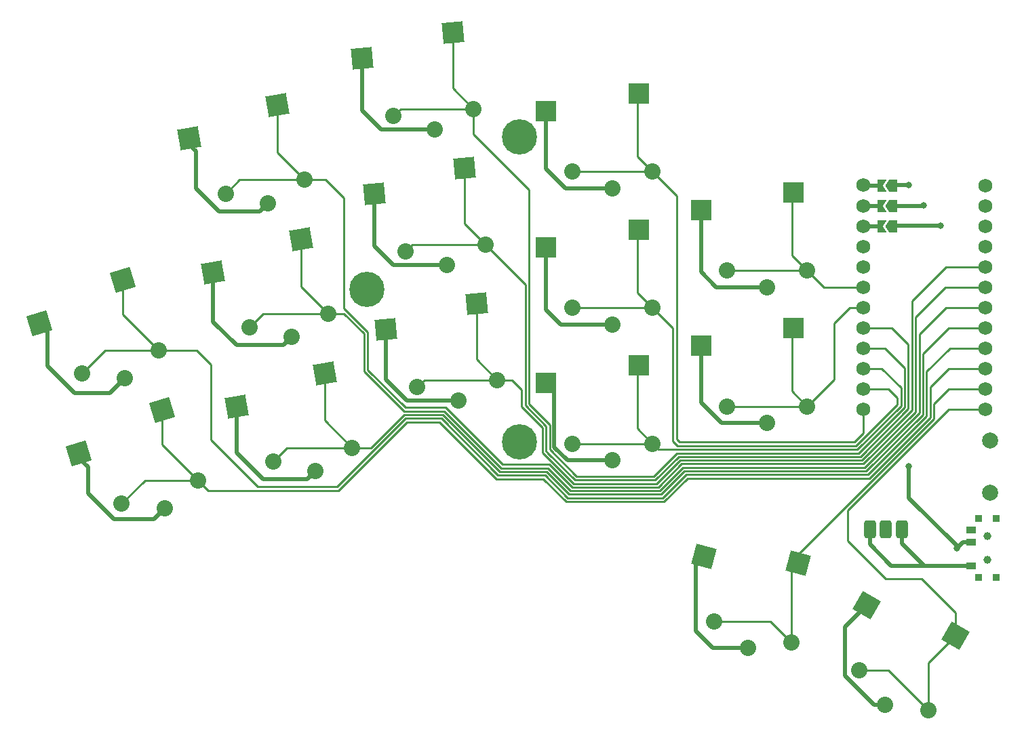
<source format=gtl>
%TF.GenerationSoftware,KiCad,Pcbnew,(6.0.4)*%
%TF.CreationDate,2022-05-12T20:10:23+02:00*%
%TF.ProjectId,battoota,62617474-6f6f-4746-912e-6b696361645f,v1.0.0*%
%TF.SameCoordinates,Original*%
%TF.FileFunction,Copper,L1,Top*%
%TF.FilePolarity,Positive*%
%FSLAX46Y46*%
G04 Gerber Fmt 4.6, Leading zero omitted, Abs format (unit mm)*
G04 Created by KiCad (PCBNEW (6.0.4)) date 2022-05-12 20:10:23*
%MOMM*%
%LPD*%
G01*
G04 APERTURE LIST*
G04 Aperture macros list*
%AMRoundRect*
0 Rectangle with rounded corners*
0 $1 Rounding radius*
0 $2 $3 $4 $5 $6 $7 $8 $9 X,Y pos of 4 corners*
0 Add a 4 corners polygon primitive as box body*
4,1,4,$2,$3,$4,$5,$6,$7,$8,$9,$2,$3,0*
0 Add four circle primitives for the rounded corners*
1,1,$1+$1,$2,$3*
1,1,$1+$1,$4,$5*
1,1,$1+$1,$6,$7*
1,1,$1+$1,$8,$9*
0 Add four rect primitives between the rounded corners*
20,1,$1+$1,$2,$3,$4,$5,0*
20,1,$1+$1,$4,$5,$6,$7,0*
20,1,$1+$1,$6,$7,$8,$9,0*
20,1,$1+$1,$8,$9,$2,$3,0*%
%AMRotRect*
0 Rectangle, with rotation*
0 The origin of the aperture is its center*
0 $1 length*
0 $2 width*
0 $3 Rotation angle, in degrees counterclockwise*
0 Add horizontal line*
21,1,$1,$2,0,0,$3*%
%AMFreePoly0*
4,1,6,0.500000,-0.750000,-0.650000,-0.750000,-0.150000,0.000000,-0.650000,0.750000,0.500000,0.750000,0.500000,-0.750000,0.500000,-0.750000,$1*%
%AMFreePoly1*
4,1,6,1.000000,0.000000,0.500000,-0.750000,-0.500000,-0.750000,-0.500000,0.750000,0.500000,0.750000,1.000000,0.000000,1.000000,0.000000,$1*%
G04 Aperture macros list end*
%TA.AperFunction,SMDPad,CuDef*%
%ADD10R,0.900000X0.900000*%
%TD*%
%TA.AperFunction,SMDPad,CuDef*%
%ADD11R,1.250000X0.900000*%
%TD*%
%TA.AperFunction,ComponentPad*%
%ADD12RoundRect,0.375000X-0.375000X-0.750000X0.375000X-0.750000X0.375000X0.750000X-0.375000X0.750000X0*%
%TD*%
%TA.AperFunction,ComponentPad*%
%ADD13C,2.000000*%
%TD*%
%TA.AperFunction,SMDPad,CuDef*%
%ADD14RotRect,2.600000X2.600000X10.000000*%
%TD*%
%TA.AperFunction,ComponentPad*%
%ADD15C,2.032000*%
%TD*%
%TA.AperFunction,SMDPad,CuDef*%
%ADD16RotRect,2.600000X2.600000X5.000000*%
%TD*%
%TA.AperFunction,SMDPad,CuDef*%
%ADD17R,2.600000X2.600000*%
%TD*%
%TA.AperFunction,SMDPad,CuDef*%
%ADD18RotRect,2.600000X2.600000X330.000000*%
%TD*%
%TA.AperFunction,WasherPad*%
%ADD19C,1.000000*%
%TD*%
%TA.AperFunction,SMDPad,CuDef*%
%ADD20RotRect,2.600000X2.600000X17.000000*%
%TD*%
%TA.AperFunction,SMDPad,CuDef*%
%ADD21RotRect,2.600000X2.600000X345.000000*%
%TD*%
%TA.AperFunction,ComponentPad*%
%ADD22C,1.752600*%
%TD*%
%TA.AperFunction,SMDPad,CuDef*%
%ADD23FreePoly0,180.000000*%
%TD*%
%TA.AperFunction,SMDPad,CuDef*%
%ADD24R,1.524000X0.500000*%
%TD*%
%TA.AperFunction,SMDPad,CuDef*%
%ADD25FreePoly1,180.000000*%
%TD*%
%TA.AperFunction,ComponentPad*%
%ADD26C,4.400000*%
%TD*%
%TA.AperFunction,ViaPad*%
%ADD27C,0.800000*%
%TD*%
%TA.AperFunction,Conductor*%
%ADD28C,0.250000*%
%TD*%
%TA.AperFunction,Conductor*%
%ADD29C,0.500000*%
%TD*%
G04 APERTURE END LIST*
D10*
%TO.P,T1,*%
%TO.N,*%
X161142148Y52149495D03*
X163342148Y59549495D03*
X163342148Y52149495D03*
X161142148Y59549495D03*
D11*
%TO.P,T1,1*%
%TO.N,Braw*%
X160167148Y53599495D03*
%TO.P,T1,2*%
%TO.N,RAW*%
X160167148Y56599495D03*
%TO.P,T1,3*%
%TO.N,N/C*%
X160167148Y58099495D03*
%TD*%
D12*
%TO.P,PAD1,1*%
%TO.N,Braw*%
X151545396Y58163682D03*
%TO.P,PAD1,2*%
%TO.N,GND*%
X149545396Y58163682D03*
%TO.P,PAD1,3*%
%TO.N,Braw*%
X147545396Y58163682D03*
%TD*%
D13*
%TO.P,B1,1*%
%TO.N,RST*%
X162560000Y69290000D03*
%TO.P,B1,2*%
%TO.N,GND*%
X162560000Y62790000D03*
%TD*%
D14*
%TO.P,S11,1*%
%TO.N,P3*%
X73579149Y111173371D03*
%TO.P,S11,2*%
%TO.N,GND*%
X62586645Y107001157D03*
%TD*%
D15*
%TO.P,S34,1*%
%TO.N,P9*%
X146198518Y40569316D03*
X154858772Y35569316D03*
%TO.P,S34,2*%
%TO.N,GND*%
X149478645Y36250663D03*
X149478645Y36250663D03*
%TD*%
D16*
%TO.P,S15,1*%
%TO.N,P18*%
X96965604Y103326961D03*
%TO.P,S15,2*%
%TO.N,GND*%
X85651298Y100128683D03*
%TD*%
D17*
%TO.P,S21,1*%
%TO.N,P16*%
X118686087Y95636017D03*
%TO.P,S21,2*%
%TO.N,GND*%
X107136087Y93436017D03*
%TD*%
D15*
%TO.P,S8,1*%
%TO.N,P5*%
X73026972Y66651093D03*
X82875050Y68387574D03*
%TO.P,S8,2*%
%TO.N,GND*%
X78315672Y65451237D03*
X78315672Y65451237D03*
%TD*%
%TO.P,S14,1*%
%TO.N,P2*%
X91053509Y75957538D03*
X101015456Y76829096D03*
%TO.P,S14,2*%
%TO.N,GND*%
X96217510Y74301308D03*
X96217510Y74301308D03*
%TD*%
%TO.P,S20,1*%
%TO.N,P14*%
X120411087Y68886017D03*
X110411087Y68886017D03*
%TO.P,S20,2*%
%TO.N,GND*%
X115411087Y66786017D03*
X115411087Y66786017D03*
%TD*%
%TO.P,S28,1*%
%TO.N,P19*%
X129728078Y73554137D03*
X139728078Y73554137D03*
%TO.P,S28,2*%
%TO.N,GND*%
X134728078Y71454137D03*
X134728078Y71454137D03*
%TD*%
D17*
%TO.P,S29,1*%
%TO.N,P20*%
X138003078Y100304137D03*
%TO.P,S29,2*%
%TO.N,GND*%
X126453078Y98104137D03*
%TD*%
D18*
%TO.P,S33,1*%
%TO.N,P9*%
X158239878Y44875564D03*
%TO.P,S33,2*%
%TO.N,GND*%
X147137285Y48745308D03*
%TD*%
D14*
%TO.P,S7,1*%
%TO.N,P5*%
X79483187Y77689907D03*
%TO.P,S7,2*%
%TO.N,GND*%
X68490683Y73517693D03*
%TD*%
D19*
%TO.P,T2,*%
%TO.N,*%
X162242148Y57349495D03*
X162242148Y54349495D03*
%TD*%
D20*
%TO.P,S5,1*%
%TO.N,P6*%
X54234545Y89377494D03*
%TO.P,S5,2*%
%TO.N,GND*%
X43832443Y83896730D03*
%TD*%
D17*
%TO.P,S27,1*%
%TO.N,P19*%
X138003078Y83304137D03*
%TO.P,S27,2*%
%TO.N,GND*%
X126453078Y81104137D03*
%TD*%
D14*
%TO.P,S9,1*%
%TO.N,P4*%
X76531168Y94431639D03*
%TO.P,S9,2*%
%TO.N,GND*%
X65538664Y90259425D03*
%TD*%
D15*
%TO.P,S16,1*%
%TO.N,P18*%
X99533808Y93764406D03*
X89571861Y92892848D03*
%TO.P,S16,2*%
%TO.N,GND*%
X94735862Y91236618D03*
X94735862Y91236618D03*
%TD*%
%TO.P,S30,1*%
%TO.N,P20*%
X139728078Y90554137D03*
X129728078Y90554137D03*
%TO.P,S30,2*%
%TO.N,GND*%
X134728078Y88454137D03*
X134728078Y88454137D03*
%TD*%
D16*
%TO.P,S13,1*%
%TO.N,P2*%
X98447252Y86391651D03*
%TO.P,S13,2*%
%TO.N,GND*%
X87132946Y83193373D03*
%TD*%
D15*
%TO.P,S24,1*%
%TO.N,P10*%
X110411087Y102886017D03*
X120411087Y102886017D03*
%TO.P,S24,2*%
%TO.N,GND*%
X115411087Y100786017D03*
X115411087Y100786017D03*
%TD*%
D16*
%TO.P,S17,1*%
%TO.N,P15*%
X95483957Y120262271D03*
%TO.P,S17,2*%
%TO.N,GND*%
X84169651Y117063993D03*
%TD*%
D15*
%TO.P,S4,1*%
%TO.N,P7*%
X54142067Y61376965D03*
X63705114Y64300682D03*
%TO.P,S4,2*%
%TO.N,GND*%
X59537571Y60830584D03*
X59537571Y60830584D03*
%TD*%
%TO.P,S10,1*%
%TO.N,P4*%
X70074953Y83392825D03*
X79923031Y85129306D03*
%TO.P,S10,2*%
%TO.N,GND*%
X75363653Y82192969D03*
X75363653Y82192969D03*
%TD*%
%TO.P,S22,1*%
%TO.N,P16*%
X110411087Y85886017D03*
X120411087Y85886017D03*
%TO.P,S22,2*%
%TO.N,GND*%
X115411087Y83786017D03*
X115411087Y83786017D03*
%TD*%
D21*
%TO.P,S31,1*%
%TO.N,P8*%
X138594426Y53938364D03*
%TO.P,S31,2*%
%TO.N,GND*%
X126868581Y54802687D03*
%TD*%
D22*
%TO.P,MCU1,*%
%TO.N,*%
X161977213Y98602542D03*
D23*
X148993690Y98602542D03*
X148993690Y101142542D03*
D24*
X148068690Y96062542D03*
D22*
X161977213Y96062542D03*
X146737213Y96062542D03*
D24*
X148068690Y101142542D03*
D23*
X148993690Y96062542D03*
D24*
X148068690Y98602542D03*
D22*
X146737213Y101226288D03*
X161977213Y101142542D03*
X146737213Y98602542D03*
D25*
%TO.P,MCU1,1*%
%TO.N,RAW*%
X150443690Y101142542D03*
%TO.P,MCU1,2*%
%TO.N,GND*%
X150443690Y98602542D03*
%TO.P,MCU1,3*%
%TO.N,RST*%
X150443690Y96062542D03*
D22*
%TO.P,MCU1,4*%
%TO.N,VCC*%
X146737213Y93522542D03*
%TO.P,MCU1,5*%
%TO.N,P21*%
X146737213Y90982542D03*
%TO.P,MCU1,6*%
%TO.N,P20*%
X146737213Y88442542D03*
%TO.P,MCU1,7*%
%TO.N,P19*%
X146737213Y85902542D03*
%TO.P,MCU1,8*%
%TO.N,P18*%
X146737213Y83362542D03*
%TO.P,MCU1,9*%
%TO.N,P15*%
X146737213Y80822542D03*
%TO.P,MCU1,10*%
%TO.N,P14*%
X146737213Y78282542D03*
%TO.P,MCU1,11*%
%TO.N,P16*%
X146737213Y75742542D03*
%TO.P,MCU1,12*%
%TO.N,P10*%
X146737213Y73202542D03*
%TO.P,MCU1,16*%
%TO.N,N/C*%
X161977213Y93522542D03*
%TO.P,MCU1,17*%
%TO.N,P2*%
X161977213Y90982542D03*
%TO.P,MCU1,18*%
%TO.N,P3*%
X161977213Y88442542D03*
%TO.P,MCU1,19*%
%TO.N,P4*%
X161977213Y85902542D03*
%TO.P,MCU1,20*%
%TO.N,P5*%
X161977213Y83362542D03*
%TO.P,MCU1,21*%
%TO.N,P6*%
X161977213Y80822542D03*
%TO.P,MCU1,22*%
%TO.N,P7*%
X161977213Y78282542D03*
%TO.P,MCU1,23*%
%TO.N,P8*%
X161977213Y75742542D03*
%TO.P,MCU1,24*%
%TO.N,P9*%
X161977213Y73202542D03*
%TD*%
D20*
%TO.P,S3,1*%
%TO.N,P7*%
X59204864Y73120313D03*
%TO.P,S3,2*%
%TO.N,GND*%
X48802762Y67639549D03*
%TD*%
D15*
%TO.P,S32,1*%
%TO.N,P8*%
X137737163Y44074125D03*
X128077904Y46662315D03*
%TO.P,S32,2*%
%TO.N,GND*%
X132364014Y43339776D03*
X132364014Y43339776D03*
%TD*%
D26*
%TO.P,REF\u002A\u002A,1*%
%TO.N,N/C*%
X84747220Y88141427D03*
X103797220Y69091427D03*
X103797220Y107191427D03*
%TD*%
D15*
%TO.P,S12,1*%
%TO.N,P3*%
X76971012Y101871038D03*
X67122934Y100134557D03*
%TO.P,S12,2*%
%TO.N,GND*%
X72411634Y98934701D03*
X72411634Y98934701D03*
%TD*%
D17*
%TO.P,S23,1*%
%TO.N,P10*%
X118686087Y112636017D03*
%TO.P,S23,2*%
%TO.N,GND*%
X107136087Y110436017D03*
%TD*%
D15*
%TO.P,S6,1*%
%TO.N,P6*%
X49171748Y77634146D03*
X58734795Y80557863D03*
%TO.P,S6,2*%
%TO.N,GND*%
X54567252Y77087765D03*
X54567252Y77087765D03*
%TD*%
D17*
%TO.P,S19,1*%
%TO.N,P14*%
X118686087Y78636017D03*
%TO.P,S19,2*%
%TO.N,GND*%
X107136087Y76436017D03*
%TD*%
D15*
%TO.P,S18,1*%
%TO.N,P15*%
X88090214Y109828158D03*
X98052161Y110699716D03*
%TO.P,S18,2*%
%TO.N,GND*%
X93254215Y108171928D03*
X93254215Y108171928D03*
%TD*%
D27*
%TO.N,GND*%
X154304587Y98650426D03*
%TO.N,RAW*%
X158403261Y55849495D03*
X152400000Y66040000D03*
X152400000Y101213143D03*
%TO.N,RST*%
X156389782Y96106346D03*
%TD*%
D28*
%TO.N,P6*%
X81024544Y63500000D02*
X71120000Y63500000D01*
X94028116Y72037521D02*
X89562066Y72037521D01*
X154628374Y72346106D02*
X147293059Y65010791D01*
X63479549Y80557863D02*
X58734795Y80557863D01*
X58734795Y80557863D02*
X52095465Y80557863D01*
X54234545Y89377494D02*
X54234545Y85058113D01*
X109813673Y62104105D02*
X106982862Y64934916D01*
X52095465Y80557863D02*
X49171748Y77634146D01*
X54234545Y85058113D02*
X58734795Y80557863D01*
X147293059Y65010791D02*
X124592825Y65010791D01*
X89562066Y72037521D02*
X81024544Y63500000D01*
X65297412Y78740000D02*
X63479549Y80557863D01*
X124592825Y65010791D02*
X121686138Y62104105D01*
X65297412Y69322588D02*
X65297412Y78740000D01*
X121686138Y62104105D02*
X109813673Y62104105D01*
X101130724Y64934916D02*
X94028116Y72037521D01*
X157527339Y80822542D02*
X154628374Y77923577D01*
X106982862Y64934916D02*
X101130724Y64934916D01*
X71120000Y63500000D02*
X65297412Y69322588D01*
X161977213Y80822542D02*
X157527339Y80822542D01*
X154628374Y77923577D02*
X154628374Y72346106D01*
D29*
%TO.N,GND*%
X108153560Y75418544D02*
X107136087Y76436017D01*
X63384822Y105421809D02*
X62586645Y106219986D01*
X96217510Y74301308D02*
X89760656Y74301308D01*
X134728078Y88454137D02*
X128361699Y88454137D01*
X63384822Y100802250D02*
X63384822Y105421809D01*
X129000596Y71454137D02*
X126453078Y74001655D01*
X75363653Y82192969D02*
X74347654Y81176970D01*
X115411087Y66786017D02*
X109815760Y66786017D01*
X126453078Y90362758D02*
X126453078Y98104137D01*
X108153560Y68448217D02*
X108153560Y75418544D01*
X62586645Y106219986D02*
X62586645Y107001157D01*
X66268370Y97918702D02*
X63384822Y100802250D01*
X74347654Y81176970D02*
X68485407Y81176970D01*
X71813295Y64435238D02*
X68490683Y67757850D01*
X89760656Y74301308D02*
X87132946Y76929018D01*
X125807135Y53741241D02*
X126868581Y54802687D01*
X109815760Y66786017D02*
X108153560Y68448217D01*
X49917361Y65987885D02*
X48802762Y67102484D01*
X144424400Y39868068D02*
X144424400Y46032423D01*
X125807135Y45471746D02*
X125807135Y53741241D01*
X59537571Y60830584D02*
X58196209Y59489222D01*
X77299673Y64435238D02*
X71813295Y64435238D01*
X115411087Y83786017D02*
X108973745Y83786017D01*
X78315672Y65451237D02*
X77299673Y64435238D01*
X58196209Y59489222D02*
X53137791Y59489222D01*
X71395635Y97918702D02*
X66268370Y97918702D01*
X132364014Y43339776D02*
X127939105Y43339776D01*
X53137791Y59489222D02*
X49917361Y62709652D01*
X134728078Y71454137D02*
X129000596Y71454137D01*
X107136087Y103216201D02*
X107136087Y110436017D01*
X86601289Y108171928D02*
X86570217Y108140856D01*
X93254215Y108171928D02*
X86601289Y108171928D01*
X115411087Y100786017D02*
X109566271Y100786017D01*
X68485407Y81176970D02*
X65538664Y84123713D01*
X85651298Y93599163D02*
X85651298Y100128683D01*
X65538664Y84123713D02*
X65538664Y90259425D01*
X48802762Y67102484D02*
X48802762Y67639549D01*
X144424400Y46032423D02*
X147137285Y48745308D01*
X127939105Y43339776D02*
X125807135Y45471746D01*
X148041805Y36250663D02*
X144424400Y39868068D01*
X154256703Y98602542D02*
X150443690Y98602542D01*
X108153560Y76015027D02*
X107136087Y77032500D01*
X109566271Y100786017D02*
X107136087Y103216201D01*
X94735862Y91236618D02*
X88013843Y91236618D01*
X48232895Y75218284D02*
X44864298Y78586881D01*
X87132946Y76929018D02*
X87132946Y83193373D01*
X88013843Y91236618D02*
X85651298Y93599163D01*
X108973745Y83786017D02*
X107136087Y85623675D01*
X154304587Y98650426D02*
X154256703Y98602542D01*
X128361699Y88454137D02*
X126453078Y90362758D01*
X44864298Y78586881D02*
X44864298Y82864875D01*
X86570217Y108140856D02*
X84169651Y110541422D01*
X54567252Y77087765D02*
X52697771Y75218284D01*
X72411634Y98934701D02*
X71395635Y97918702D01*
X149478645Y36250663D02*
X148041805Y36250663D01*
X68490683Y67757850D02*
X68490683Y73517693D01*
X52697771Y75218284D02*
X48232895Y75218284D01*
X107136087Y85623675D02*
X107136087Y93436017D01*
X44864298Y82864875D02*
X43832443Y83896730D01*
X49917361Y62709652D02*
X49917361Y65987885D01*
X126453078Y74001655D02*
X126453078Y81104137D01*
X84169651Y110541422D02*
X84169651Y117063993D01*
D28*
%TO.N,P5*%
X121499941Y62553625D02*
X124406628Y65460311D01*
X157383378Y83345369D02*
X161960040Y83345369D01*
X154178854Y80140845D02*
X157383378Y83345369D01*
X79483187Y71779437D02*
X82875050Y68387574D01*
X154178854Y72532303D02*
X154178854Y80140845D01*
X94214315Y72487041D02*
X101316920Y65384436D01*
X124406628Y65460311D02*
X147106862Y65460311D01*
X109999871Y62553625D02*
X121499941Y62553625D01*
X101316920Y65384436D02*
X107169060Y65384436D01*
X82875050Y68387574D02*
X74763453Y68387574D01*
X107169060Y65384436D02*
X109999871Y62553625D01*
X79483187Y77689907D02*
X79483187Y71779437D01*
X74763453Y68387574D02*
X73026972Y66651093D01*
X85276400Y68387574D02*
X89375867Y72487041D01*
X89375867Y72487041D02*
X94214315Y72487041D01*
X82875050Y68387574D02*
X85276400Y68387574D01*
X147106862Y65460311D02*
X154178854Y72532303D01*
%TO.N,P4*%
X101503117Y65833956D02*
X107355257Y65833956D01*
X121313741Y63003145D02*
X124220427Y65909831D01*
X76531168Y88521169D02*
X79923031Y85129306D01*
X94400512Y72936561D02*
X101503117Y65833956D01*
X146920664Y65909831D02*
X153729334Y72718501D01*
X76531168Y94431639D02*
X76531168Y88521169D01*
X107355257Y65833956D02*
X110186071Y63003145D01*
X84386480Y82617802D02*
X84386480Y77933067D01*
X157024799Y85904799D02*
X161974956Y85904799D01*
X79923031Y85129306D02*
X71811434Y85129306D01*
X79923031Y85129306D02*
X81874976Y85129306D01*
X124220427Y65909831D02*
X146920664Y65909831D01*
X81874976Y85129306D02*
X84386480Y82617802D01*
X153729334Y82609334D02*
X157024799Y85904799D01*
X84386480Y77933067D02*
X89382986Y72936561D01*
X89382986Y72936561D02*
X94400512Y72936561D01*
X71811434Y85129306D02*
X70074953Y83392825D01*
X153729334Y72718501D02*
X153729334Y82609334D01*
X110186071Y63003145D02*
X121313741Y63003145D01*
X161974956Y85904799D02*
X161977213Y85902542D01*
%TO.N,P3*%
X68859415Y101871038D02*
X67122934Y100134557D01*
X81858703Y85781297D02*
X84836000Y82804000D01*
X101689314Y66283476D02*
X107541455Y66283476D01*
X89569184Y73386081D02*
X94586709Y73386081D01*
X107541455Y66283476D02*
X110372268Y63452665D01*
X121127543Y63452665D02*
X124034230Y66359351D01*
X76971012Y101871038D02*
X79561162Y101871038D01*
X73579149Y111173371D02*
X73579149Y105262901D01*
X84836000Y82804000D02*
X84836000Y78119265D01*
X124034230Y66359351D02*
X146734466Y66359351D01*
X153249052Y84703008D02*
X156988586Y88442542D01*
X81858703Y99573497D02*
X81858703Y85781297D01*
X76971012Y101871038D02*
X68859415Y101871038D01*
X146734466Y66359351D02*
X153249052Y72873937D01*
X79561162Y101871038D02*
X81858703Y99573497D01*
X94586709Y73386081D02*
X101689314Y66283476D01*
X153249052Y72873937D02*
X153249052Y84703008D01*
X73579149Y105262901D02*
X76971012Y101871038D01*
X156988586Y88442542D02*
X161977213Y88442542D01*
X84836000Y78119265D02*
X89569184Y73386081D01*
X110372268Y63452665D02*
X121127543Y63452665D01*
%TO.N,P2*%
X102844128Y76829096D02*
X104079160Y75594064D01*
X91925067Y76829096D02*
X91053509Y75957538D01*
X104079160Y73484347D02*
X106680000Y70883507D01*
X101015456Y76829096D02*
X98447252Y79397300D01*
X98447252Y79397300D02*
X98447252Y86391651D01*
X120941347Y63902185D02*
X123848033Y66808871D01*
X157043597Y90982542D02*
X161977213Y90982542D01*
X146548268Y66808871D02*
X152799532Y73060135D01*
X123848033Y66808871D02*
X146548268Y66808871D01*
X152799532Y86738477D02*
X157043597Y90982542D01*
X104079160Y75594064D02*
X104079160Y73484347D01*
X106680000Y70883507D02*
X106680001Y67780648D01*
X110558465Y63902185D02*
X120941347Y63902185D01*
X152799532Y73060135D02*
X152799532Y86738477D01*
X101015456Y76829096D02*
X102844128Y76829096D01*
X101015456Y76829096D02*
X91925067Y76829096D01*
X106680001Y67780648D02*
X110558465Y63902185D01*
%TO.N,P18*%
X104528680Y88769534D02*
X104528680Y73670546D01*
X107129520Y67966846D02*
X107392843Y67703524D01*
X120755149Y64351705D02*
X123661836Y67258391D01*
X99533808Y93764406D02*
X90443419Y93764406D01*
X96965604Y96332610D02*
X99533808Y93764406D01*
X146362070Y67258391D02*
X152350012Y73246333D01*
X110744662Y64351705D02*
X120755149Y64351705D01*
X99533808Y93764406D02*
X104528680Y88769534D01*
X152350012Y81329988D02*
X150317458Y83362542D01*
X107129520Y71069705D02*
X107129520Y67966846D01*
X150317458Y83362542D02*
X146737213Y83362542D01*
X96965604Y103326961D02*
X96965604Y96332610D01*
X123661836Y67258391D02*
X146362070Y67258391D01*
X104528680Y73670546D02*
X107129520Y71069705D01*
X107392843Y67703524D02*
X110744662Y64351705D01*
X90443419Y93764406D02*
X89571861Y92892848D01*
X152350012Y73246333D02*
X152350012Y81329988D01*
%TO.N,P15*%
X107579040Y68153044D02*
X110930859Y64801225D01*
X151900492Y78376564D02*
X149454514Y80822542D01*
X95483957Y120262271D02*
X95483957Y113267920D01*
X151900492Y73432531D02*
X151900492Y78376564D01*
X146175872Y67707911D02*
X151900492Y73432531D01*
X98052161Y110699716D02*
X98052161Y107541789D01*
X149454514Y80822542D02*
X146737213Y80822542D01*
X120568951Y64801225D02*
X123475639Y67707911D01*
X98052161Y107541789D02*
X104978200Y100615750D01*
X88961772Y110699716D02*
X88090214Y109828158D01*
X107579040Y71255902D02*
X107579040Y68153044D01*
X104978200Y73856744D02*
X107579040Y71255902D01*
X104978200Y100615750D02*
X104978200Y73856744D01*
X123475639Y67707911D02*
X146175872Y67707911D01*
X110930859Y64801225D02*
X120568951Y64801225D01*
X98052161Y110699716D02*
X88961772Y110699716D01*
X95483957Y113267920D02*
X98052161Y110699716D01*
%TO.N,P14*%
X151450972Y75858105D02*
X151450972Y73618729D01*
X151450972Y73618729D02*
X146001033Y68168790D01*
X120411087Y68886017D02*
X110411087Y68886017D01*
X118536566Y78486496D02*
X118536566Y70760538D01*
X121128314Y68168790D02*
X120411087Y68886017D01*
X146737213Y78282542D02*
X149026535Y78282542D01*
X149026535Y78282542D02*
X151450972Y75858105D01*
X118536566Y70760538D02*
X120411087Y68886017D01*
X146001033Y68168790D02*
X121128314Y68168790D01*
X118686087Y78636017D02*
X118536566Y78486496D01*
%TO.N,P16*%
X118536566Y87760538D02*
X120411087Y85886017D01*
X110411087Y85886017D02*
X120411087Y85886017D01*
X149860000Y75742542D02*
X146737213Y75742542D01*
X118536566Y95486496D02*
X118536566Y87760538D01*
X145814835Y68618310D02*
X151001452Y73804926D01*
X122966194Y69188523D02*
X123536407Y68618310D01*
X151001452Y73804926D02*
X151001452Y74601090D01*
X120411087Y85886017D02*
X122966194Y83330910D01*
X151001452Y74601090D02*
X149860000Y75742542D01*
X118686087Y95636017D02*
X118536566Y95486496D01*
X122966194Y83330910D02*
X122966194Y69188523D01*
X123536407Y68618310D02*
X145814835Y68618310D01*
%TO.N,P10*%
X123793862Y69067830D02*
X145628638Y69067830D01*
X145628638Y69067830D02*
X146737213Y70176405D01*
X118536566Y112486496D02*
X118536566Y104760538D01*
X123415714Y69445978D02*
X123793862Y69067830D01*
X146737213Y70176405D02*
X146737213Y73202542D01*
X120411087Y102886017D02*
X110411087Y102886017D01*
X118686087Y112636017D02*
X118536566Y112486496D01*
X120411087Y102886017D02*
X123415714Y99881390D01*
X123415714Y99881390D02*
X123415714Y69445978D01*
X118536566Y104760538D02*
X120411087Y102886017D01*
%TO.N,P19*%
X137853557Y75428658D02*
X137853557Y83154616D01*
X139728078Y73554137D02*
X137853557Y75428658D01*
X137853557Y83154616D02*
X138003078Y83304137D01*
X143050689Y83909260D02*
X145043971Y85902542D01*
X139728078Y73554137D02*
X143050689Y76876748D01*
X143050689Y76876748D02*
X143050689Y83909260D01*
X145043971Y85902542D02*
X146737213Y85902542D01*
X129728078Y73554137D02*
X139728078Y73554137D01*
%TO.N,P20*%
X141839673Y88442542D02*
X146737213Y88442542D01*
X137853557Y92428658D02*
X137853557Y100154616D01*
X137853557Y100154616D02*
X138003078Y100304137D01*
X139728078Y90554137D02*
X137853557Y92428658D01*
X139728078Y90554137D02*
X141839673Y88442542D01*
X129728078Y90554137D02*
X139728078Y90554137D01*
%TO.N,P7*%
X121872336Y61654585D02*
X109627476Y61654585D01*
X93841919Y71588001D02*
X89748263Y71588001D01*
X89748263Y71588001D02*
X81210741Y63050480D01*
X59204864Y68800932D02*
X63705114Y64300682D01*
X157360570Y78282542D02*
X155077894Y75999866D01*
X81210741Y63050480D02*
X64955316Y63050480D01*
X64955316Y63050480D02*
X63705114Y64300682D01*
X109627476Y61654585D02*
X106796665Y64485396D01*
X161977213Y78282542D02*
X157360570Y78282542D01*
X106796665Y64485396D02*
X100944526Y64485396D01*
X155077894Y72159908D02*
X147479257Y64561271D01*
X124779022Y64561271D02*
X121872336Y61654585D01*
X147479257Y64561271D02*
X124779022Y64561271D01*
X100944526Y64485396D02*
X93841919Y71588001D01*
X155077894Y75999866D02*
X155077894Y72159908D01*
X63705114Y64300682D02*
X57065784Y64300682D01*
X57065784Y64300682D02*
X54142067Y61376965D01*
X59204864Y73120313D02*
X59204864Y68800932D01*
%TO.N,P8*%
X135148973Y46662315D02*
X128077904Y46662315D01*
X137737163Y44074125D02*
X135148973Y46662315D01*
X155527414Y73853023D02*
X155527414Y71973711D01*
X138594426Y53938364D02*
X137737163Y53081101D01*
X157416933Y75742542D02*
X155527414Y73853023D01*
X138594426Y55040723D02*
X138594426Y54387884D01*
X155527414Y71973711D02*
X138594426Y55040723D01*
X137737163Y53081101D02*
X137737163Y44074125D01*
X161977213Y75742542D02*
X157416933Y75742542D01*
%TO.N,P9*%
X144780000Y56738381D02*
X149508278Y52010103D01*
X153982011Y52010103D02*
X158239878Y47752236D01*
X158239878Y47752236D02*
X158239878Y44875564D01*
X149858772Y40569316D02*
X146198518Y40569316D01*
X157391963Y73202542D02*
X144780000Y60590579D01*
X158239878Y44875564D02*
X154858772Y41494458D01*
X144780000Y60590579D02*
X144780000Y56738381D01*
X154858772Y35569316D02*
X149858772Y40569316D01*
X149508278Y52010103D02*
X153982011Y52010103D01*
X154858772Y41494458D02*
X154858772Y35569316D01*
X161977213Y73202542D02*
X157391963Y73202542D01*
D29*
%TO.N,RAW*%
X152400000Y62118371D02*
X158403261Y56115110D01*
X152372041Y101185184D02*
X150419502Y101185184D01*
X152400000Y101213143D02*
X152372041Y101185184D01*
X152400000Y66040000D02*
X152400000Y62118371D01*
X159153261Y56599495D02*
X160167148Y56599495D01*
X158403261Y55849495D02*
X159153261Y56599495D01*
X158403261Y56115110D02*
X158403261Y55849495D01*
%TO.N,RST*%
X150466332Y96085184D02*
X150443690Y96062542D01*
X156389782Y96106346D02*
X156368620Y96085184D01*
X156368620Y96085184D02*
X150466332Y96085184D01*
%TO.N,Braw*%
X147545396Y56290799D02*
X147545396Y58163682D01*
X154369670Y53599495D02*
X160167148Y53599495D01*
X160164153Y53596500D02*
X150239695Y53596500D01*
X151545396Y56423769D02*
X154369670Y53599495D01*
X160167148Y53599495D02*
X160164153Y53596500D01*
X151545396Y58163682D02*
X151545396Y56423769D01*
X150239695Y53596500D02*
X147545396Y56290799D01*
%TD*%
M02*

</source>
